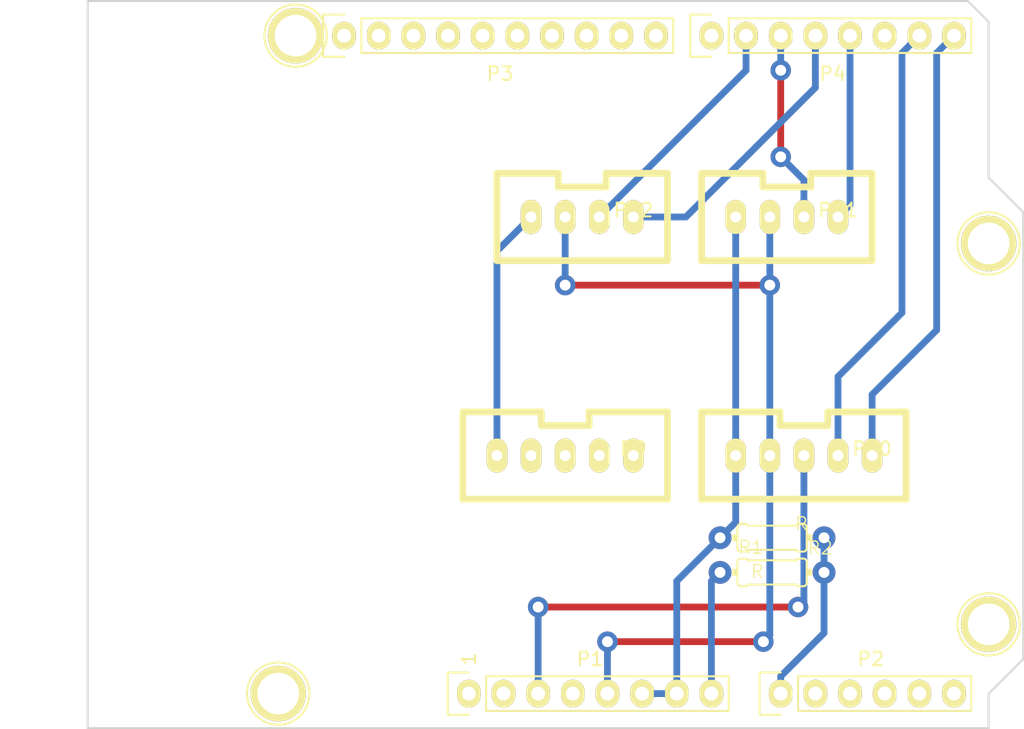
<source format=kicad_pcb>
(kicad_pcb (version 4) (host pcbnew 4.0.1-stable)

  (general
    (links 25)
    (no_connects 7)
    (area 110.922999 72.949999 179.653001 126.440001)
    (thickness 1.6)
    (drawings 27)
    (tracks 54)
    (zones 0)
    (modules 14)
    (nets 16)
  )

  (page A4)
  (title_block
    (date "lun. 30 mars 2015")
  )

  (layers
    (0 F.Cu signal)
    (31 B.Cu signal)
    (32 B.Adhes user)
    (33 F.Adhes user)
    (34 B.Paste user)
    (35 F.Paste user)
    (36 B.SilkS user)
    (37 F.SilkS user)
    (38 B.Mask user)
    (39 F.Mask user)
    (40 Dwgs.User user)
    (41 Cmts.User user)
    (42 Eco1.User user)
    (43 Eco2.User user)
    (44 Edge.Cuts user)
    (45 Margin user)
    (46 B.CrtYd user)
    (47 F.CrtYd user)
    (48 B.Fab user)
    (49 F.Fab user)
  )

  (setup
    (last_trace_width 0.5)
    (user_trace_width 0.5)
    (trace_clearance 0.2)
    (zone_clearance 0.508)
    (zone_45_only no)
    (trace_min 0.2)
    (segment_width 0.15)
    (edge_width 0.15)
    (via_size 0.6)
    (via_drill 0.4)
    (via_min_size 0.4)
    (via_min_drill 0.3)
    (user_via 1.5 0.8)
    (uvia_size 0.3)
    (uvia_drill 0.1)
    (uvias_allowed no)
    (uvia_min_size 0.2)
    (uvia_min_drill 0.1)
    (pcb_text_width 0.3)
    (pcb_text_size 1.5 1.5)
    (mod_edge_width 0.15)
    (mod_text_size 1 1)
    (mod_text_width 0.15)
    (pad_size 4.064 4.064)
    (pad_drill 3.048)
    (pad_to_mask_clearance 0)
    (aux_axis_origin 110.998 126.365)
    (grid_origin 110.998 126.365)
    (visible_elements 7FFFFFFF)
    (pcbplotparams
      (layerselection 0x00030_80000001)
      (usegerberextensions false)
      (excludeedgelayer true)
      (linewidth 0.100000)
      (plotframeref false)
      (viasonmask false)
      (mode 1)
      (useauxorigin false)
      (hpglpennumber 1)
      (hpglpenspeed 20)
      (hpglpendiameter 15)
      (hpglpenoverlay 2)
      (psnegative false)
      (psa4output false)
      (plotreference true)
      (plotvalue true)
      (plotinvisibletext false)
      (padsonsilk false)
      (subtractmaskfromsilk false)
      (outputformat 1)
      (mirror false)
      (drillshape 1)
      (scaleselection 1)
      (outputdirectory ""))
  )

  (net 0 "")
  (net 1 /Reset)
  (net 2 +5V)
  (net 3 GND)
  (net 4 /Vin)
  (net 5 /A0)
  (net 6 /A1)
  (net 7 "/A4(SDA)")
  (net 8 "/A5(SCL)")
  (net 9 "/6(**)")
  (net 10 "/5(**)")
  (net 11 /4)
  (net 12 "/3(**)")
  (net 13 "/1(Tx)")
  (net 14 "/0(Rx)")
  (net 15 "/13(SCK)")

  (net_class Default "This is the default net class."
    (clearance 0.2)
    (trace_width 0.25)
    (via_dia 0.6)
    (via_drill 0.4)
    (uvia_dia 0.3)
    (uvia_drill 0.1)
    (add_net +5V)
    (add_net "/0(Rx)")
    (add_net "/1(Tx)")
    (add_net "/13(SCK)")
    (add_net "/3(**)")
    (add_net /4)
    (add_net "/5(**)")
    (add_net "/6(**)")
    (add_net /A0)
    (add_net /A1)
    (add_net "/A4(SDA)")
    (add_net "/A5(SCL)")
    (add_net /Reset)
    (add_net /Vin)
    (add_net GND)
  )

  (module Socket_Arduino_Uno:Socket_Strip_Arduino_1x08 locked (layer F.Cu) (tedit 552168D2) (tstamp 551AF9EA)
    (at 138.938 123.825)
    (descr "Through hole socket strip")
    (tags "socket strip")
    (path /5517C2C1)
    (fp_text reference P1 (at 8.89 -2.54) (layer F.SilkS)
      (effects (font (size 1 1) (thickness 0.15)))
    )
    (fp_text value Power (at 8.89 -4.064) (layer F.Fab)
      (effects (font (size 1 1) (thickness 0.15)))
    )
    (fp_line (start -1.75 -1.75) (end -1.75 1.75) (layer F.CrtYd) (width 0.05))
    (fp_line (start 19.55 -1.75) (end 19.55 1.75) (layer F.CrtYd) (width 0.05))
    (fp_line (start -1.75 -1.75) (end 19.55 -1.75) (layer F.CrtYd) (width 0.05))
    (fp_line (start -1.75 1.75) (end 19.55 1.75) (layer F.CrtYd) (width 0.05))
    (fp_line (start 1.27 1.27) (end 19.05 1.27) (layer F.SilkS) (width 0.15))
    (fp_line (start 19.05 1.27) (end 19.05 -1.27) (layer F.SilkS) (width 0.15))
    (fp_line (start 19.05 -1.27) (end 1.27 -1.27) (layer F.SilkS) (width 0.15))
    (fp_line (start -1.55 1.55) (end 0 1.55) (layer F.SilkS) (width 0.15))
    (fp_line (start 1.27 1.27) (end 1.27 -1.27) (layer F.SilkS) (width 0.15))
    (fp_line (start 0 -1.55) (end -1.55 -1.55) (layer F.SilkS) (width 0.15))
    (fp_line (start -1.55 -1.55) (end -1.55 1.55) (layer F.SilkS) (width 0.15))
    (pad 1 thru_hole oval (at 0 0) (size 1.7272 2.032) (drill 1.016) (layers *.Cu *.Mask F.SilkS))
    (pad 2 thru_hole oval (at 2.54 0) (size 1.7272 2.032) (drill 1.016) (layers *.Cu *.Mask F.SilkS))
    (pad 3 thru_hole oval (at 5.08 0) (size 1.7272 2.032) (drill 1.016) (layers *.Cu *.Mask F.SilkS)
      (net 1 /Reset))
    (pad 4 thru_hole oval (at 7.62 0) (size 1.7272 2.032) (drill 1.016) (layers *.Cu *.Mask F.SilkS))
    (pad 5 thru_hole oval (at 10.16 0) (size 1.7272 2.032) (drill 1.016) (layers *.Cu *.Mask F.SilkS)
      (net 2 +5V))
    (pad 6 thru_hole oval (at 12.7 0) (size 1.7272 2.032) (drill 1.016) (layers *.Cu *.Mask F.SilkS)
      (net 3 GND))
    (pad 7 thru_hole oval (at 15.24 0) (size 1.7272 2.032) (drill 1.016) (layers *.Cu *.Mask F.SilkS)
      (net 3 GND))
    (pad 8 thru_hole oval (at 17.78 0) (size 1.7272 2.032) (drill 1.016) (layers *.Cu *.Mask F.SilkS)
      (net 4 /Vin))
    (model ${KIPRJMOD}/Socket_Arduino_Uno.3dshapes/Socket_header_Arduino_1x08.wrl
      (at (xyz 0.35 0 0))
      (scale (xyz 1 1 1))
      (rotate (xyz 0 0 180))
    )
  )

  (module Socket_Arduino_Uno:Socket_Strip_Arduino_1x06 locked (layer F.Cu) (tedit 552168D6) (tstamp 551AF9FF)
    (at 161.798 123.825)
    (descr "Through hole socket strip")
    (tags "socket strip")
    (path /5517C323)
    (fp_text reference P2 (at 6.604 -2.54) (layer F.SilkS)
      (effects (font (size 1 1) (thickness 0.15)))
    )
    (fp_text value Analog (at 6.604 -4.064) (layer F.Fab)
      (effects (font (size 1 1) (thickness 0.15)))
    )
    (fp_line (start -1.75 -1.75) (end -1.75 1.75) (layer F.CrtYd) (width 0.05))
    (fp_line (start 14.45 -1.75) (end 14.45 1.75) (layer F.CrtYd) (width 0.05))
    (fp_line (start -1.75 -1.75) (end 14.45 -1.75) (layer F.CrtYd) (width 0.05))
    (fp_line (start -1.75 1.75) (end 14.45 1.75) (layer F.CrtYd) (width 0.05))
    (fp_line (start 1.27 1.27) (end 13.97 1.27) (layer F.SilkS) (width 0.15))
    (fp_line (start 13.97 1.27) (end 13.97 -1.27) (layer F.SilkS) (width 0.15))
    (fp_line (start 13.97 -1.27) (end 1.27 -1.27) (layer F.SilkS) (width 0.15))
    (fp_line (start -1.55 1.55) (end 0 1.55) (layer F.SilkS) (width 0.15))
    (fp_line (start 1.27 1.27) (end 1.27 -1.27) (layer F.SilkS) (width 0.15))
    (fp_line (start 0 -1.55) (end -1.55 -1.55) (layer F.SilkS) (width 0.15))
    (fp_line (start -1.55 -1.55) (end -1.55 1.55) (layer F.SilkS) (width 0.15))
    (pad 1 thru_hole oval (at 0 0) (size 1.7272 2.032) (drill 1.016) (layers *.Cu *.Mask F.SilkS)
      (net 5 /A0))
    (pad 2 thru_hole oval (at 2.54 0) (size 1.7272 2.032) (drill 1.016) (layers *.Cu *.Mask F.SilkS)
      (net 6 /A1))
    (pad 3 thru_hole oval (at 5.08 0) (size 1.7272 2.032) (drill 1.016) (layers *.Cu *.Mask F.SilkS))
    (pad 4 thru_hole oval (at 7.62 0) (size 1.7272 2.032) (drill 1.016) (layers *.Cu *.Mask F.SilkS))
    (pad 5 thru_hole oval (at 10.16 0) (size 1.7272 2.032) (drill 1.016) (layers *.Cu *.Mask F.SilkS)
      (net 7 "/A4(SDA)"))
    (pad 6 thru_hole oval (at 12.7 0) (size 1.7272 2.032) (drill 1.016) (layers *.Cu *.Mask F.SilkS)
      (net 8 "/A5(SCL)"))
    (model ${KIPRJMOD}/Socket_Arduino_Uno.3dshapes/Socket_header_Arduino_1x06.wrl
      (at (xyz 0.25 0 0))
      (scale (xyz 1 1 1))
      (rotate (xyz 0 0 180))
    )
  )

  (module Socket_Arduino_Uno:Socket_Strip_Arduino_1x10 locked (layer F.Cu) (tedit 552168BF) (tstamp 551AFA18)
    (at 129.794 75.565)
    (descr "Through hole socket strip")
    (tags "socket strip")
    (path /5517C46C)
    (fp_text reference P3 (at 11.43 2.794) (layer F.SilkS)
      (effects (font (size 1 1) (thickness 0.15)))
    )
    (fp_text value Digital (at 11.43 4.318) (layer F.Fab)
      (effects (font (size 1 1) (thickness 0.15)))
    )
    (fp_line (start -1.75 -1.75) (end -1.75 1.75) (layer F.CrtYd) (width 0.05))
    (fp_line (start 24.65 -1.75) (end 24.65 1.75) (layer F.CrtYd) (width 0.05))
    (fp_line (start -1.75 -1.75) (end 24.65 -1.75) (layer F.CrtYd) (width 0.05))
    (fp_line (start -1.75 1.75) (end 24.65 1.75) (layer F.CrtYd) (width 0.05))
    (fp_line (start 1.27 1.27) (end 24.13 1.27) (layer F.SilkS) (width 0.15))
    (fp_line (start 24.13 1.27) (end 24.13 -1.27) (layer F.SilkS) (width 0.15))
    (fp_line (start 24.13 -1.27) (end 1.27 -1.27) (layer F.SilkS) (width 0.15))
    (fp_line (start -1.55 1.55) (end 0 1.55) (layer F.SilkS) (width 0.15))
    (fp_line (start 1.27 1.27) (end 1.27 -1.27) (layer F.SilkS) (width 0.15))
    (fp_line (start 0 -1.55) (end -1.55 -1.55) (layer F.SilkS) (width 0.15))
    (fp_line (start -1.55 -1.55) (end -1.55 1.55) (layer F.SilkS) (width 0.15))
    (pad 1 thru_hole oval (at 0 0) (size 1.7272 2.032) (drill 1.016) (layers *.Cu *.Mask F.SilkS)
      (net 8 "/A5(SCL)"))
    (pad 2 thru_hole oval (at 2.54 0) (size 1.7272 2.032) (drill 1.016) (layers *.Cu *.Mask F.SilkS)
      (net 7 "/A4(SDA)"))
    (pad 3 thru_hole oval (at 5.08 0) (size 1.7272 2.032) (drill 1.016) (layers *.Cu *.Mask F.SilkS))
    (pad 4 thru_hole oval (at 7.62 0) (size 1.7272 2.032) (drill 1.016) (layers *.Cu *.Mask F.SilkS)
      (net 3 GND))
    (pad 5 thru_hole oval (at 10.16 0) (size 1.7272 2.032) (drill 1.016) (layers *.Cu *.Mask F.SilkS)
      (net 15 "/13(SCK)"))
    (pad 6 thru_hole oval (at 12.7 0) (size 1.7272 2.032) (drill 1.016) (layers *.Cu *.Mask F.SilkS))
    (pad 7 thru_hole oval (at 15.24 0) (size 1.7272 2.032) (drill 1.016) (layers *.Cu *.Mask F.SilkS))
    (pad 8 thru_hole oval (at 17.78 0) (size 1.7272 2.032) (drill 1.016) (layers *.Cu *.Mask F.SilkS))
    (pad 9 thru_hole oval (at 20.32 0) (size 1.7272 2.032) (drill 1.016) (layers *.Cu *.Mask F.SilkS))
    (pad 10 thru_hole oval (at 22.86 0) (size 1.7272 2.032) (drill 1.016) (layers *.Cu *.Mask F.SilkS))
    (model ${KIPRJMOD}/Socket_Arduino_Uno.3dshapes/Socket_header_Arduino_1x10.wrl
      (at (xyz 0.45 0 0))
      (scale (xyz 1 1 1))
      (rotate (xyz 0 0 180))
    )
  )

  (module Socket_Arduino_Uno:Socket_Strip_Arduino_1x08 locked (layer F.Cu) (tedit 552168C7) (tstamp 551AFA2F)
    (at 156.718 75.565)
    (descr "Through hole socket strip")
    (tags "socket strip")
    (path /5517C366)
    (fp_text reference P4 (at 8.89 2.794) (layer F.SilkS)
      (effects (font (size 1 1) (thickness 0.15)))
    )
    (fp_text value Digital (at 8.89 4.318) (layer F.Fab)
      (effects (font (size 1 1) (thickness 0.15)))
    )
    (fp_line (start -1.75 -1.75) (end -1.75 1.75) (layer F.CrtYd) (width 0.05))
    (fp_line (start 19.55 -1.75) (end 19.55 1.75) (layer F.CrtYd) (width 0.05))
    (fp_line (start -1.75 -1.75) (end 19.55 -1.75) (layer F.CrtYd) (width 0.05))
    (fp_line (start -1.75 1.75) (end 19.55 1.75) (layer F.CrtYd) (width 0.05))
    (fp_line (start 1.27 1.27) (end 19.05 1.27) (layer F.SilkS) (width 0.15))
    (fp_line (start 19.05 1.27) (end 19.05 -1.27) (layer F.SilkS) (width 0.15))
    (fp_line (start 19.05 -1.27) (end 1.27 -1.27) (layer F.SilkS) (width 0.15))
    (fp_line (start -1.55 1.55) (end 0 1.55) (layer F.SilkS) (width 0.15))
    (fp_line (start 1.27 1.27) (end 1.27 -1.27) (layer F.SilkS) (width 0.15))
    (fp_line (start 0 -1.55) (end -1.55 -1.55) (layer F.SilkS) (width 0.15))
    (fp_line (start -1.55 -1.55) (end -1.55 1.55) (layer F.SilkS) (width 0.15))
    (pad 1 thru_hole oval (at 0 0) (size 1.7272 2.032) (drill 1.016) (layers *.Cu *.Mask F.SilkS))
    (pad 2 thru_hole oval (at 2.54 0) (size 1.7272 2.032) (drill 1.016) (layers *.Cu *.Mask F.SilkS)
      (net 9 "/6(**)"))
    (pad 3 thru_hole oval (at 5.08 0) (size 1.7272 2.032) (drill 1.016) (layers *.Cu *.Mask F.SilkS)
      (net 10 "/5(**)"))
    (pad 4 thru_hole oval (at 7.62 0) (size 1.7272 2.032) (drill 1.016) (layers *.Cu *.Mask F.SilkS)
      (net 11 /4))
    (pad 5 thru_hole oval (at 10.16 0) (size 1.7272 2.032) (drill 1.016) (layers *.Cu *.Mask F.SilkS)
      (net 12 "/3(**)"))
    (pad 6 thru_hole oval (at 12.7 0) (size 1.7272 2.032) (drill 1.016) (layers *.Cu *.Mask F.SilkS))
    (pad 7 thru_hole oval (at 15.24 0) (size 1.7272 2.032) (drill 1.016) (layers *.Cu *.Mask F.SilkS)
      (net 13 "/1(Tx)"))
    (pad 8 thru_hole oval (at 17.78 0) (size 1.7272 2.032) (drill 1.016) (layers *.Cu *.Mask F.SilkS)
      (net 14 "/0(Rx)"))
    (model ${KIPRJMOD}/Socket_Arduino_Uno.3dshapes/Socket_header_Arduino_1x08.wrl
      (at (xyz 0.35 0 0))
      (scale (xyz 1 1 1))
      (rotate (xyz 0 0 180))
    )
  )

  (module Socket_Arduino_Uno:Arduino_1pin locked (layer F.Cu) (tedit 5524FC39) (tstamp 5524FC3F)
    (at 124.968 123.825)
    (descr "module 1 pin (ou trou mecanique de percage)")
    (tags DEV)
    (path /551BBC06)
    (fp_text reference P5 (at 0 -3.048) (layer F.SilkS) hide
      (effects (font (size 1 1) (thickness 0.15)))
    )
    (fp_text value CONN_1 (at 0 2.794) (layer F.Fab) hide
      (effects (font (size 1 1) (thickness 0.15)))
    )
    (fp_circle (center 0 0) (end 0 -2.286) (layer F.SilkS) (width 0.15))
    (pad 1 thru_hole circle (at 0 0) (size 4.064 4.064) (drill 3.048) (layers *.Cu *.Mask F.SilkS))
  )

  (module Socket_Arduino_Uno:Arduino_1pin locked (layer F.Cu) (tedit 5524FC4A) (tstamp 5524FC44)
    (at 177.038 118.745)
    (descr "module 1 pin (ou trou mecanique de percage)")
    (tags DEV)
    (path /551BBD10)
    (fp_text reference P6 (at 0 -3.048) (layer F.SilkS) hide
      (effects (font (size 1 1) (thickness 0.15)))
    )
    (fp_text value CONN_1 (at 0 2.794) (layer F.Fab) hide
      (effects (font (size 1 1) (thickness 0.15)))
    )
    (fp_circle (center 0 0) (end 0 -2.286) (layer F.SilkS) (width 0.15))
    (pad 1 thru_hole circle (at 0 0) (size 4.064 4.064) (drill 3.048) (layers *.Cu *.Mask F.SilkS))
  )

  (module Socket_Arduino_Uno:Arduino_1pin locked (layer F.Cu) (tedit 5524FC2F) (tstamp 5524FC49)
    (at 126.238 75.565)
    (descr "module 1 pin (ou trou mecanique de percage)")
    (tags DEV)
    (path /551BBD30)
    (fp_text reference P7 (at 0 -3.048) (layer F.SilkS) hide
      (effects (font (size 1 1) (thickness 0.15)))
    )
    (fp_text value CONN_1 (at 0 2.794) (layer F.Fab) hide
      (effects (font (size 1 1) (thickness 0.15)))
    )
    (fp_circle (center 0 0) (end 0 -2.286) (layer F.SilkS) (width 0.15))
    (pad 1 thru_hole circle (at 0 0) (size 4.064 4.064) (drill 3.048) (layers *.Cu *.Mask F.SilkS))
  )

  (module Socket_Arduino_Uno:Arduino_1pin locked (layer F.Cu) (tedit 5524FC41) (tstamp 5524FC4E)
    (at 177.038 90.805)
    (descr "module 1 pin (ou trou mecanique de percage)")
    (tags DEV)
    (path /551BBD52)
    (fp_text reference P8 (at 0 -3.048) (layer F.SilkS) hide
      (effects (font (size 1 1) (thickness 0.15)))
    )
    (fp_text value CONN_1 (at 0 2.794) (layer F.Fab) hide
      (effects (font (size 1 1) (thickness 0.15)))
    )
    (fp_circle (center 0 0) (end 0 -2.286) (layer F.SilkS) (width 0.15))
    (pad 1 thru_hole circle (at 0 0) (size 4.064 4.064) (drill 3.048) (layers *.Cu *.Mask F.SilkS))
  )

  (module RP_KiCAD_Connector:XA_5T (layer F.Cu) (tedit 57047146) (tstamp 5708AFD0)
    (at 150.998 106.365 180)
    (path /5708B0BC)
    (fp_text reference P9 (at 0 0.5 180) (layer F.SilkS)
      (effects (font (size 1 1) (thickness 0.15)))
    )
    (fp_text value CONN_01X05 (at 0 -0.5 180) (layer F.Fab)
      (effects (font (size 1 1) (thickness 0.15)))
    )
    (fp_line (start -2.5 3.2) (end 3.25 3.2) (layer F.SilkS) (width 0.5))
    (fp_line (start 3.25 3.2) (end 3.25 2.2) (layer F.SilkS) (width 0.5))
    (fp_line (start 3.25 2.2) (end 6.75 2.2) (layer F.SilkS) (width 0.5))
    (fp_line (start 6.75 2.2) (end 6.75 3.2) (layer F.SilkS) (width 0.5))
    (fp_line (start 6.75 3.2) (end 12.5 3.2) (layer F.SilkS) (width 0.5))
    (fp_line (start -2.5 -3.2) (end 12.5 -3.2) (layer F.SilkS) (width 0.5))
    (fp_line (start 12.5 -3.2) (end 12.5 3.2) (layer F.SilkS) (width 0.5))
    (fp_line (start -2.5 -3.2) (end -2.5 3.2) (layer F.SilkS) (width 0.5))
    (pad 5 thru_hole oval (at 0 0 180) (size 1.5 2.5) (drill 0.8) (layers *.Cu *.Mask F.SilkS)
      (net 15 "/13(SCK)"))
    (pad 4 thru_hole oval (at 2.5 0 180) (size 1.5 2.5) (drill 0.8) (layers *.Cu *.Mask F.SilkS)
      (net 6 /A1))
    (pad 3 thru_hole oval (at 5 0 180) (size 1.5 2.5) (drill 0.8) (layers *.Cu *.Mask F.SilkS))
    (pad 2 thru_hole oval (at 7.5 0 180) (size 1.5 2.5) (drill 0.8) (layers *.Cu *.Mask F.SilkS)
      (net 4 /Vin))
    (pad 1 thru_hole oval (at 10 0 180) (size 1.5 2.5) (drill 0.8) (layers *.Cu *.Mask F.SilkS)
      (net 3 GND))
    (model conn_XA/XA_5T.wrl
      (at (xyz 0.2 0 0))
      (scale (xyz 3.9 3.9 3.9))
      (rotate (xyz -90 0 0))
    )
  )

  (module RP_KiCAD_Connector:XA_5T (layer F.Cu) (tedit 57047146) (tstamp 5708AFD9)
    (at 168.498 106.365 180)
    (path /57076AC0)
    (fp_text reference P10 (at 0 0.5 180) (layer F.SilkS)
      (effects (font (size 1 1) (thickness 0.15)))
    )
    (fp_text value CONN_01X05 (at 0 -0.5 180) (layer F.Fab)
      (effects (font (size 1 1) (thickness 0.15)))
    )
    (fp_line (start -2.5 3.2) (end 3.25 3.2) (layer F.SilkS) (width 0.5))
    (fp_line (start 3.25 3.2) (end 3.25 2.2) (layer F.SilkS) (width 0.5))
    (fp_line (start 3.25 2.2) (end 6.75 2.2) (layer F.SilkS) (width 0.5))
    (fp_line (start 6.75 2.2) (end 6.75 3.2) (layer F.SilkS) (width 0.5))
    (fp_line (start 6.75 3.2) (end 12.5 3.2) (layer F.SilkS) (width 0.5))
    (fp_line (start -2.5 -3.2) (end 12.5 -3.2) (layer F.SilkS) (width 0.5))
    (fp_line (start 12.5 -3.2) (end 12.5 3.2) (layer F.SilkS) (width 0.5))
    (fp_line (start -2.5 -3.2) (end -2.5 3.2) (layer F.SilkS) (width 0.5))
    (pad 5 thru_hole oval (at 0 0 180) (size 1.5 2.5) (drill 0.8) (layers *.Cu *.Mask F.SilkS)
      (net 14 "/0(Rx)"))
    (pad 4 thru_hole oval (at 2.5 0 180) (size 1.5 2.5) (drill 0.8) (layers *.Cu *.Mask F.SilkS)
      (net 13 "/1(Tx)"))
    (pad 3 thru_hole oval (at 5 0 180) (size 1.5 2.5) (drill 0.8) (layers *.Cu *.Mask F.SilkS)
      (net 1 /Reset))
    (pad 2 thru_hole oval (at 7.5 0 180) (size 1.5 2.5) (drill 0.8) (layers *.Cu *.Mask F.SilkS)
      (net 2 +5V))
    (pad 1 thru_hole oval (at 10 0 180) (size 1.5 2.5) (drill 0.8) (layers *.Cu *.Mask F.SilkS)
      (net 3 GND))
    (model conn_XA/XA_5T.wrl
      (at (xyz 0.2 0 0))
      (scale (xyz 3.9 3.9 3.9))
      (rotate (xyz -90 0 0))
    )
  )

  (module RP_KiCAD_Connector:XA_4T (layer F.Cu) (tedit 57047150) (tstamp 5708AFE1)
    (at 165.998 88.865 180)
    (path /57078142)
    (fp_text reference P11 (at 0 0.5 180) (layer F.SilkS)
      (effects (font (size 1 1) (thickness 0.15)))
    )
    (fp_text value CONN_01X04 (at 0 -0.5 180) (layer F.Fab)
      (effects (font (size 1 1) (thickness 0.15)))
    )
    (fp_line (start -2.5 3.2) (end 2 3.2) (layer F.SilkS) (width 0.5))
    (fp_line (start 2 3.2) (end 2 2.2) (layer F.SilkS) (width 0.5))
    (fp_line (start 2 2.2) (end 5.5 2.2) (layer F.SilkS) (width 0.5))
    (fp_line (start 5.5 2.2) (end 5.5 3.2) (layer F.SilkS) (width 0.5))
    (fp_line (start 5.5 3.2) (end 10 3.2) (layer F.SilkS) (width 0.5))
    (fp_line (start 10 -3.2) (end -2.5 -3.2) (layer F.SilkS) (width 0.5))
    (fp_line (start 10 3.2) (end 10 -3.2) (layer F.SilkS) (width 0.5))
    (fp_line (start -2.5 -3.2) (end -2.5 3.2) (layer F.SilkS) (width 0.5))
    (pad 4 thru_hole oval (at 0 0 180) (size 1.5 2.5) (drill 0.8) (layers *.Cu *.Mask F.SilkS)
      (net 12 "/3(**)"))
    (pad 3 thru_hole oval (at 2.5 0 180) (size 1.5 2.5) (drill 0.8) (layers *.Cu *.Mask F.SilkS)
      (net 10 "/5(**)"))
    (pad 2 thru_hole oval (at 5 0 180) (size 1.5 2.5) (drill 0.8) (layers *.Cu *.Mask F.SilkS)
      (net 2 +5V))
    (pad 1 thru_hole oval (at 7.5 0 180) (size 1.5 2.5) (drill 0.8) (layers *.Cu *.Mask F.SilkS)
      (net 3 GND))
    (model conn_XA/XA_4T.wrl
      (at (xyz 0.15 0 0))
      (scale (xyz 3.95 3.95 3.95))
      (rotate (xyz -90 0 0))
    )
  )

  (module RP_KiCAD_Connector:XA_4T (layer F.Cu) (tedit 57047150) (tstamp 5708AFE9)
    (at 150.998 88.865 180)
    (path /57078195)
    (fp_text reference P12 (at 0 0.5 180) (layer F.SilkS)
      (effects (font (size 1 1) (thickness 0.15)))
    )
    (fp_text value CONN_01X04 (at 0 -0.5 180) (layer F.Fab)
      (effects (font (size 1 1) (thickness 0.15)))
    )
    (fp_line (start -2.5 3.2) (end 2 3.2) (layer F.SilkS) (width 0.5))
    (fp_line (start 2 3.2) (end 2 2.2) (layer F.SilkS) (width 0.5))
    (fp_line (start 2 2.2) (end 5.5 2.2) (layer F.SilkS) (width 0.5))
    (fp_line (start 5.5 2.2) (end 5.5 3.2) (layer F.SilkS) (width 0.5))
    (fp_line (start 5.5 3.2) (end 10 3.2) (layer F.SilkS) (width 0.5))
    (fp_line (start 10 -3.2) (end -2.5 -3.2) (layer F.SilkS) (width 0.5))
    (fp_line (start 10 3.2) (end 10 -3.2) (layer F.SilkS) (width 0.5))
    (fp_line (start -2.5 -3.2) (end -2.5 3.2) (layer F.SilkS) (width 0.5))
    (pad 4 thru_hole oval (at 0 0 180) (size 1.5 2.5) (drill 0.8) (layers *.Cu *.Mask F.SilkS)
      (net 11 /4))
    (pad 3 thru_hole oval (at 2.5 0 180) (size 1.5 2.5) (drill 0.8) (layers *.Cu *.Mask F.SilkS)
      (net 9 "/6(**)"))
    (pad 2 thru_hole oval (at 5 0 180) (size 1.5 2.5) (drill 0.8) (layers *.Cu *.Mask F.SilkS)
      (net 2 +5V))
    (pad 1 thru_hole oval (at 7.5 0 180) (size 1.5 2.5) (drill 0.8) (layers *.Cu *.Mask F.SilkS)
      (net 3 GND))
    (model conn_XA/XA_4T.wrl
      (at (xyz 0.15 0 0))
      (scale (xyz 3.95 3.95 3.95))
      (rotate (xyz -90 0 0))
    )
  )

  (module RP_KiCAD_Libs:0204_2f7 (layer F.Cu) (tedit 0) (tstamp 5708AFEF)
    (at 161.163 114.935)
    (descr "<b>RESISTOR</b><p>\ntype 0204, grid 7.5 mm")
    (path /57079290)
    (fp_text reference R1 (at -2.54 -1.2954) (layer F.SilkS)
      (effects (font (size 0.94107 0.94107) (thickness 0.09906)) (justify left bottom))
    )
    (fp_text value R (at -1.6256 0.4826) (layer F.SilkS)
      (effects (font (size 0.94107 0.94107) (thickness 0.09906)) (justify left bottom))
    )
    (fp_line (start 3.81 0) (end 2.921 0) (layer Dwgs.User) (width 0.508))
    (fp_line (start -3.81 0) (end -2.921 0) (layer Dwgs.User) (width 0.508))
    (fp_arc (start -2.286 -0.762) (end -2.54 -0.762) (angle 90) (layer F.SilkS) (width 0.1524))
    (fp_arc (start -2.286 0.762) (end -2.54 0.762) (angle -90) (layer F.SilkS) (width 0.1524))
    (fp_arc (start 2.286 0.762) (end 2.286 1.016) (angle -90) (layer F.SilkS) (width 0.1524))
    (fp_arc (start 2.286 -0.762) (end 2.286 -1.016) (angle 90) (layer F.SilkS) (width 0.1524))
    (fp_line (start -2.54 0.762) (end -2.54 -0.762) (layer F.SilkS) (width 0.1524))
    (fp_line (start -2.286 -1.016) (end -1.905 -1.016) (layer F.SilkS) (width 0.1524))
    (fp_line (start -1.778 -0.889) (end -1.905 -1.016) (layer F.SilkS) (width 0.1524))
    (fp_line (start -2.286 1.016) (end -1.905 1.016) (layer F.SilkS) (width 0.1524))
    (fp_line (start -1.778 0.889) (end -1.905 1.016) (layer F.SilkS) (width 0.1524))
    (fp_line (start 1.778 -0.889) (end 1.905 -1.016) (layer F.SilkS) (width 0.1524))
    (fp_line (start 1.778 -0.889) (end -1.778 -0.889) (layer F.SilkS) (width 0.1524))
    (fp_line (start 1.778 0.889) (end 1.905 1.016) (layer F.SilkS) (width 0.1524))
    (fp_line (start 1.778 0.889) (end -1.778 0.889) (layer F.SilkS) (width 0.1524))
    (fp_line (start 2.286 -1.016) (end 1.905 -1.016) (layer F.SilkS) (width 0.1524))
    (fp_line (start 2.286 1.016) (end 1.905 1.016) (layer F.SilkS) (width 0.1524))
    (fp_line (start 2.54 0.762) (end 2.54 -0.762) (layer F.SilkS) (width 0.1524))
    (fp_poly (pts (xy 2.54 0.254) (xy 2.921 0.254) (xy 2.921 -0.254) (xy 2.54 -0.254)) (layer F.SilkS) (width 0))
    (fp_poly (pts (xy -2.921 0.254) (xy -2.54 0.254) (xy -2.54 -0.254) (xy -2.921 -0.254)) (layer F.SilkS) (width 0))
    (pad 1 thru_hole circle (at -3.81 0) (size 1.6764 1.6764) (drill 0.8) (layers *.Cu *.Mask)
      (net 4 /Vin))
    (pad 2 thru_hole circle (at 3.81 0) (size 1.6764 1.6764) (drill 0.8) (layers *.Cu *.Mask)
      (net 5 /A0))
    (model discret/resistors/horizontal/r_h_820R.wrl
      (at (xyz 0 0 0))
      (scale (xyz 0.3 0.3 0.3))
      (rotate (xyz 0 0 0))
    )
  )

  (module RP_KiCAD_Libs:0204_2f7 (layer F.Cu) (tedit 0) (tstamp 5708AFF5)
    (at 161.163 112.395 180)
    (descr "<b>RESISTOR</b><p>\ntype 0204, grid 7.5 mm")
    (path /5707930F)
    (fp_text reference R2 (at -2.54 -1.2954 180) (layer F.SilkS)
      (effects (font (size 0.94107 0.94107) (thickness 0.09906)) (justify left bottom))
    )
    (fp_text value R (at -1.6256 0.4826 180) (layer F.SilkS)
      (effects (font (size 0.94107 0.94107) (thickness 0.09906)) (justify left bottom))
    )
    (fp_line (start 3.81 0) (end 2.921 0) (layer Dwgs.User) (width 0.508))
    (fp_line (start -3.81 0) (end -2.921 0) (layer Dwgs.User) (width 0.508))
    (fp_arc (start -2.286 -0.762) (end -2.54 -0.762) (angle 90) (layer F.SilkS) (width 0.1524))
    (fp_arc (start -2.286 0.762) (end -2.54 0.762) (angle -90) (layer F.SilkS) (width 0.1524))
    (fp_arc (start 2.286 0.762) (end 2.286 1.016) (angle -90) (layer F.SilkS) (width 0.1524))
    (fp_arc (start 2.286 -0.762) (end 2.286 -1.016) (angle 90) (layer F.SilkS) (width 0.1524))
    (fp_line (start -2.54 0.762) (end -2.54 -0.762) (layer F.SilkS) (width 0.1524))
    (fp_line (start -2.286 -1.016) (end -1.905 -1.016) (layer F.SilkS) (width 0.1524))
    (fp_line (start -1.778 -0.889) (end -1.905 -1.016) (layer F.SilkS) (width 0.1524))
    (fp_line (start -2.286 1.016) (end -1.905 1.016) (layer F.SilkS) (width 0.1524))
    (fp_line (start -1.778 0.889) (end -1.905 1.016) (layer F.SilkS) (width 0.1524))
    (fp_line (start 1.778 -0.889) (end 1.905 -1.016) (layer F.SilkS) (width 0.1524))
    (fp_line (start 1.778 -0.889) (end -1.778 -0.889) (layer F.SilkS) (width 0.1524))
    (fp_line (start 1.778 0.889) (end 1.905 1.016) (layer F.SilkS) (width 0.1524))
    (fp_line (start 1.778 0.889) (end -1.778 0.889) (layer F.SilkS) (width 0.1524))
    (fp_line (start 2.286 -1.016) (end 1.905 -1.016) (layer F.SilkS) (width 0.1524))
    (fp_line (start 2.286 1.016) (end 1.905 1.016) (layer F.SilkS) (width 0.1524))
    (fp_line (start 2.54 0.762) (end 2.54 -0.762) (layer F.SilkS) (width 0.1524))
    (fp_poly (pts (xy 2.54 0.254) (xy 2.921 0.254) (xy 2.921 -0.254) (xy 2.54 -0.254)) (layer F.SilkS) (width 0))
    (fp_poly (pts (xy -2.921 0.254) (xy -2.54 0.254) (xy -2.54 -0.254) (xy -2.921 -0.254)) (layer F.SilkS) (width 0))
    (pad 1 thru_hole circle (at -3.81 0 180) (size 1.6764 1.6764) (drill 0.8) (layers *.Cu *.Mask)
      (net 5 /A0))
    (pad 2 thru_hole circle (at 3.81 0 180) (size 1.6764 1.6764) (drill 0.8) (layers *.Cu *.Mask)
      (net 3 GND))
    (model discret/resistors/horizontal/r_h_820R.wrl
      (at (xyz 0 0 0))
      (scale (xyz 0.3 0.3 0.3))
      (rotate (xyz 0 0 0))
    )
  )

  (gr_text 1 (at 138.938 121.285 90) (layer F.SilkS)
    (effects (font (size 1 1) (thickness 0.15)))
  )
  (gr_circle (center 117.348 76.962) (end 118.618 76.962) (layer Dwgs.User) (width 0.15))
  (gr_line (start 114.427 78.994) (end 114.427 74.93) (angle 90) (layer Dwgs.User) (width 0.15))
  (gr_line (start 120.269 78.994) (end 114.427 78.994) (angle 90) (layer Dwgs.User) (width 0.15))
  (gr_line (start 120.269 74.93) (end 120.269 78.994) (angle 90) (layer Dwgs.User) (width 0.15))
  (gr_line (start 114.427 74.93) (end 120.269 74.93) (angle 90) (layer Dwgs.User) (width 0.15))
  (gr_line (start 120.523 93.98) (end 104.648 93.98) (angle 90) (layer Dwgs.User) (width 0.15))
  (gr_line (start 177.038 74.549) (end 175.514 73.025) (angle 90) (layer Edge.Cuts) (width 0.15))
  (gr_line (start 177.038 85.979) (end 177.038 74.549) (angle 90) (layer Edge.Cuts) (width 0.15))
  (gr_line (start 179.578 88.519) (end 177.038 85.979) (angle 90) (layer Edge.Cuts) (width 0.15))
  (gr_line (start 179.578 121.285) (end 179.578 88.519) (angle 90) (layer Edge.Cuts) (width 0.15))
  (gr_line (start 177.038 123.825) (end 179.578 121.285) (angle 90) (layer Edge.Cuts) (width 0.15))
  (gr_line (start 177.038 126.365) (end 177.038 123.825) (angle 90) (layer Edge.Cuts) (width 0.15))
  (gr_line (start 110.998 126.365) (end 177.038 126.365) (angle 90) (layer Edge.Cuts) (width 0.15))
  (gr_line (start 110.998 73.025) (end 110.998 126.365) (angle 90) (layer Edge.Cuts) (width 0.15))
  (gr_line (start 175.514 73.025) (end 110.998 73.025) (angle 90) (layer Edge.Cuts) (width 0.15))
  (gr_line (start 173.355 102.235) (end 173.355 94.615) (angle 90) (layer Dwgs.User) (width 0.15))
  (gr_line (start 178.435 102.235) (end 173.355 102.235) (angle 90) (layer Dwgs.User) (width 0.15))
  (gr_line (start 178.435 94.615) (end 178.435 102.235) (angle 90) (layer Dwgs.User) (width 0.15))
  (gr_line (start 173.355 94.615) (end 178.435 94.615) (angle 90) (layer Dwgs.User) (width 0.15))
  (gr_line (start 109.093 123.19) (end 109.093 114.3) (angle 90) (layer Dwgs.User) (width 0.15))
  (gr_line (start 122.428 123.19) (end 109.093 123.19) (angle 90) (layer Dwgs.User) (width 0.15))
  (gr_line (start 122.428 114.3) (end 122.428 123.19) (angle 90) (layer Dwgs.User) (width 0.15))
  (gr_line (start 109.093 114.3) (end 122.428 114.3) (angle 90) (layer Dwgs.User) (width 0.15))
  (gr_line (start 104.648 93.98) (end 104.648 82.55) (angle 90) (layer Dwgs.User) (width 0.15))
  (gr_line (start 120.523 82.55) (end 120.523 93.98) (angle 90) (layer Dwgs.User) (width 0.15))
  (gr_line (start 104.648 82.55) (end 120.523 82.55) (angle 90) (layer Dwgs.User) (width 0.15))

  (segment (start 144.018 123.825) (end 144.018 117.475) (width 0.5) (layer B.Cu) (net 1))
  (segment (start 163.498 117.045) (end 163.498 106.365) (width 0.5) (layer B.Cu) (net 1) (tstamp 5708B1C6))
  (segment (start 163.068 117.475) (end 163.498 117.045) (width 0.5) (layer B.Cu) (net 1) (tstamp 5708B1C5))
  (via (at 163.068 117.475) (size 1.5) (drill 0.8) (layers F.Cu B.Cu) (net 1))
  (segment (start 144.018 117.475) (end 163.068 117.475) (width 0.5) (layer F.Cu) (net 1) (tstamp 5708B1C2))
  (via (at 144.018 117.475) (size 1.5) (drill 0.8) (layers F.Cu B.Cu) (net 1))
  (segment (start 149.098 123.825) (end 149.098 120.015) (width 0.5) (layer B.Cu) (net 2))
  (segment (start 160.998 119.545) (end 160.998 106.365) (width 0.5) (layer B.Cu) (net 2) (tstamp 5708B1BD))
  (segment (start 160.528 120.015) (end 160.998 119.545) (width 0.5) (layer B.Cu) (net 2) (tstamp 5708B1BC))
  (via (at 160.528 120.015) (size 1.5) (drill 0.8) (layers F.Cu B.Cu) (net 2))
  (segment (start 149.098 120.015) (end 160.528 120.015) (width 0.5) (layer F.Cu) (net 2) (tstamp 5708B1B9))
  (via (at 149.098 120.015) (size 1.5) (drill 0.8) (layers F.Cu B.Cu) (net 2))
  (segment (start 145.998 88.865) (end 145.998 93.865) (width 0.5) (layer B.Cu) (net 2))
  (via (at 160.998 93.865) (size 1.5) (drill 0.8) (layers F.Cu B.Cu) (net 2))
  (segment (start 145.998 93.865) (end 160.998 93.865) (width 0.5) (layer F.Cu) (net 2) (tstamp 5708B1A6))
  (via (at 145.998 93.865) (size 1.5) (drill 0.8) (layers F.Cu B.Cu) (net 2))
  (segment (start 160.998 106.365) (end 160.998 93.865) (width 0.5) (layer B.Cu) (net 2))
  (segment (start 160.998 93.865) (end 160.998 88.865) (width 0.5) (layer B.Cu) (net 2) (tstamp 5708B1AB))
  (segment (start 157.353 112.395) (end 158.498 111.25) (width 0.5) (layer B.Cu) (net 3) (status 400000))
  (segment (start 158.498 111.25) (end 158.498 106.365) (width 0.5) (layer B.Cu) (net 3) (tstamp 5708B234) (status 800000))
  (segment (start 157.353 112.395) (end 154.178 115.57) (width 0.5) (layer B.Cu) (net 3) (status 400000))
  (segment (start 154.178 115.57) (end 154.178 123.825) (width 0.5) (layer B.Cu) (net 3) (tstamp 5708B22F) (status 800000))
  (segment (start 154.178 123.825) (end 151.638 123.825) (width 0.5) (layer B.Cu) (net 3))
  (segment (start 140.998 106.365) (end 140.998 91.365) (width 0.5) (layer B.Cu) (net 3))
  (segment (start 140.998 91.365) (end 143.498 88.865) (width 0.5) (layer B.Cu) (net 3) (tstamp 5708B19E))
  (segment (start 158.498 88.865) (end 158.498 106.365) (width 0.5) (layer B.Cu) (net 3))
  (segment (start 157.353 114.935) (end 156.718 115.57) (width 0.5) (layer B.Cu) (net 4) (status 400000))
  (segment (start 156.718 115.57) (end 156.718 123.825) (width 0.5) (layer B.Cu) (net 4) (tstamp 5708B237) (status 800000))
  (segment (start 164.973 114.935) (end 164.973 119.38) (width 0.5) (layer B.Cu) (net 5) (status 400000))
  (segment (start 161.798 122.555) (end 161.798 123.825) (width 0.5) (layer B.Cu) (net 5) (tstamp 5708B22B) (status 800000))
  (segment (start 164.973 119.38) (end 161.798 122.555) (width 0.5) (layer B.Cu) (net 5) (tstamp 5708B229))
  (segment (start 164.973 112.395) (end 164.973 114.935) (width 0.5) (layer B.Cu) (net 5) (status C00000))
  (segment (start 148.498 88.865) (end 159.258 78.105) (width 0.5) (layer B.Cu) (net 9))
  (segment (start 159.258 78.105) (end 159.258 75.565) (width 0.5) (layer B.Cu) (net 9) (tstamp 5708B171))
  (segment (start 161.798 75.565) (end 161.798 78.105) (width 0.5) (layer B.Cu) (net 10))
  (segment (start 163.498 86.155) (end 163.498 88.865) (width 0.5) (layer B.Cu) (net 10) (tstamp 5708B186))
  (segment (start 161.798 84.455) (end 163.498 86.155) (width 0.5) (layer B.Cu) (net 10) (tstamp 5708B185))
  (via (at 161.798 84.455) (size 1.5) (drill 0.8) (layers F.Cu B.Cu) (net 10))
  (segment (start 161.798 78.105) (end 161.798 84.455) (width 0.5) (layer F.Cu) (net 10) (tstamp 5708B182))
  (via (at 161.798 78.105) (size 1.5) (drill 0.8) (layers F.Cu B.Cu) (net 10))
  (segment (start 150.998 88.865) (end 154.848 88.865) (width 0.5) (layer B.Cu) (net 11))
  (segment (start 164.338 79.375) (end 164.338 75.565) (width 0.5) (layer B.Cu) (net 11) (tstamp 5708B179))
  (segment (start 154.848 88.865) (end 164.338 79.375) (width 0.5) (layer B.Cu) (net 11) (tstamp 5708B177))
  (segment (start 164.298 75.565) (end 164.338 75.565) (width 0.5) (layer B.Cu) (net 11) (tstamp 5708B174))
  (segment (start 165.998 88.865) (end 166.878 87.985) (width 0.5) (layer B.Cu) (net 12))
  (segment (start 166.878 87.985) (end 166.878 75.565) (width 0.5) (layer B.Cu) (net 12) (tstamp 5708B189))
  (segment (start 171.958 75.565) (end 170.688 76.835) (width 0.5) (layer B.Cu) (net 13))
  (segment (start 165.998 100.575) (end 165.998 106.365) (width 0.5) (layer B.Cu) (net 13) (tstamp 5708B18F))
  (segment (start 170.688 95.885) (end 165.998 100.575) (width 0.5) (layer B.Cu) (net 13) (tstamp 5708B18D))
  (segment (start 170.688 76.835) (end 170.688 95.885) (width 0.5) (layer B.Cu) (net 13) (tstamp 5708B18C))
  (segment (start 168.498 106.365) (end 168.498 101.885) (width 0.5) (layer B.Cu) (net 14))
  (segment (start 173.228 76.835) (end 174.498 75.565) (width 0.5) (layer B.Cu) (net 14) (tstamp 5708B197))
  (segment (start 173.228 97.155) (end 173.228 76.835) (width 0.5) (layer B.Cu) (net 14) (tstamp 5708B195))
  (segment (start 168.498 101.885) (end 173.228 97.155) (width 0.5) (layer B.Cu) (net 14) (tstamp 5708B193))

)

</source>
